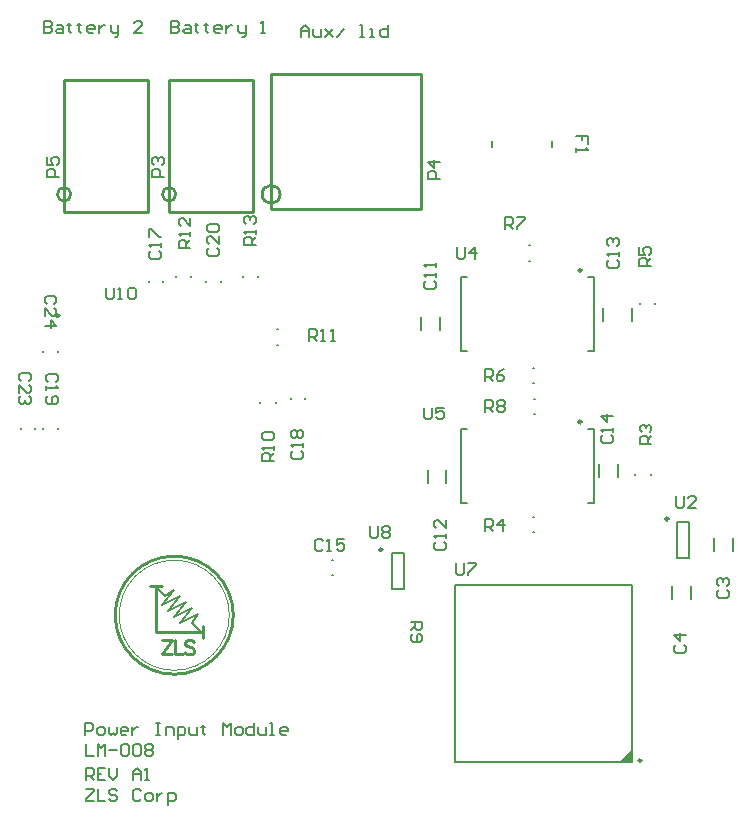
<source format=gbr>
%TF.GenerationSoftware,Altium Limited,Altium Designer,18.0.12 (696)*%
G04 Layer_Color=65535*
%FSLAX26Y26*%
%MOIN*%
%TF.FileFunction,Legend,Top*%
%TF.Part,Single*%
G01*
G75*
%TA.AperFunction,NonConductor*%
%ADD78C,0.009842*%
%ADD81C,0.007874*%
%ADD82C,0.010000*%
%ADD103C,0.003937*%
%ADD104C,0.005000*%
G36*
X2064905Y106724D02*
X2104276Y146095D01*
Y106724D01*
X2064905D01*
D02*
G37*
D78*
X2134787Y112630D02*
G03*
X2134787Y112630I-4921J0D01*
G01*
X2224527Y918055D02*
G03*
X2224527Y918055I-4921J0D01*
G01*
X1934921Y1746653D02*
G03*
X1934921Y1746653I-4921J0D01*
G01*
Y1241653D02*
G03*
X1934921Y1241653I-4921J0D01*
G01*
X1270850Y815850D02*
G03*
X1270850Y815850I-4921J0D01*
G01*
X194024Y1596000D02*
G03*
X194024Y1596000I-4921J0D01*
G01*
D81*
X965394Y1318031D02*
Y1321968D01*
X1014606Y1318031D02*
Y1321968D01*
X140394Y1473032D02*
Y1476969D01*
X189606Y1473032D02*
Y1476969D01*
X114606Y1218031D02*
Y1221968D01*
X65394Y1218031D02*
Y1221968D01*
X805409Y1724032D02*
Y1727968D01*
X856591Y1724032D02*
Y1727968D01*
X1513724Y697276D02*
X2104276D01*
X1513724Y106724D02*
X2104276D01*
X1513724D02*
Y697276D01*
X2104276Y106724D02*
Y697276D01*
X2064905Y106724D02*
X2104276Y146095D01*
X2104213Y1578346D02*
Y1621653D01*
X2005787Y1578346D02*
Y1621653D01*
X1461496Y1548346D02*
Y1591653D01*
X1398504Y1548346D02*
Y1591653D01*
X1635606Y2159157D02*
Y2178843D01*
X1836394Y2159157D02*
Y2178843D01*
X2293425Y786166D02*
Y908213D01*
X2254055Y786166D02*
Y908213D01*
Y786166D02*
X2293425D01*
X2254055Y908213D02*
X2293425D01*
X2237244Y650536D02*
Y693843D01*
X2300236Y650536D02*
Y693843D01*
X2377244Y809591D02*
Y852898D01*
X2440236Y809591D02*
Y852898D01*
X1758032Y1830591D02*
X1761968D01*
X1758032Y1779409D02*
X1761968D01*
X1976457Y1476968D02*
Y1723032D01*
X1533543Y1476968D02*
Y1723032D01*
X1957559Y1476968D02*
X1976457D01*
X1533543D02*
X1552441D01*
X1957559Y1723032D02*
X1976457D01*
X1533543D02*
X1552441D01*
X2129410Y1633032D02*
Y1636968D01*
X2180591Y1633032D02*
Y1636968D01*
X1976457Y971968D02*
Y1218032D01*
X1533543Y971968D02*
Y1218032D01*
X1957559Y971968D02*
X1976457D01*
X1533543D02*
X1552441D01*
X1957559Y1218032D02*
X1976457D01*
X1533543D02*
X1552441D01*
X1993504Y1058346D02*
Y1101653D01*
X2056496Y1058346D02*
Y1101653D01*
X1774032Y1422591D02*
X1777968D01*
X1774032Y1371409D02*
X1777968D01*
X1304315Y805024D02*
X1343685D01*
X1304315Y682976D02*
X1343685D01*
X1304315D02*
Y805024D01*
X1343685Y682976D02*
Y805024D01*
X1102032Y730394D02*
X1105969D01*
X1102032Y779606D02*
X1105969D01*
X1773032Y925591D02*
X1776968D01*
X1773032Y874409D02*
X1776968D01*
X2114410Y1063032D02*
Y1066968D01*
X2165591Y1063032D02*
Y1066968D01*
X1421504Y1037346D02*
Y1080653D01*
X1484496Y1037346D02*
Y1080653D01*
X1775032Y1317591D02*
X1778968D01*
X1775032Y1266409D02*
X1778968D01*
X864409Y1303032D02*
Y1306968D01*
X915591Y1303032D02*
Y1306968D01*
X140394Y1218031D02*
Y1221968D01*
X189606Y1218031D02*
Y1221968D01*
X491394Y1707031D02*
Y1710968D01*
X540606Y1707031D02*
Y1710968D01*
X582409Y1725032D02*
Y1728968D01*
X633591Y1725032D02*
Y1728968D01*
X684394Y1708031D02*
Y1711968D01*
X733606Y1708031D02*
Y1711968D01*
X918032Y1550591D02*
X921968D01*
X918032Y1499409D02*
X921968D01*
X280024Y198056D02*
Y237414D01*
X299702D01*
X306262Y230854D01*
Y217735D01*
X299702Y211176D01*
X280024D01*
X325941Y198056D02*
X339060D01*
X345619Y204616D01*
Y217735D01*
X339060Y224295D01*
X325941D01*
X319381Y217735D01*
Y204616D01*
X325941Y198056D01*
X358738Y224295D02*
Y204616D01*
X365298Y198056D01*
X371858Y204616D01*
X378417Y198056D01*
X384977Y204616D01*
Y224295D01*
X417774Y198056D02*
X404655D01*
X398096Y204616D01*
Y217735D01*
X404655Y224295D01*
X417774D01*
X424334Y217735D01*
Y211176D01*
X398096D01*
X437453Y224295D02*
Y198056D01*
Y211176D01*
X444013Y217735D01*
X450572Y224295D01*
X457132D01*
X516168Y237414D02*
X529287D01*
X522728D01*
Y198056D01*
X516168D01*
X529287D01*
X548966D02*
Y224295D01*
X568644D01*
X575204Y217735D01*
Y198056D01*
X588323Y184937D02*
Y224295D01*
X608002D01*
X614561Y217735D01*
Y204616D01*
X608002Y198056D01*
X588323D01*
X627681Y224295D02*
Y204616D01*
X634240Y198056D01*
X653919D01*
Y224295D01*
X673598Y230854D02*
Y224295D01*
X667038D01*
X680157D01*
X673598D01*
Y204616D01*
X680157Y198056D01*
X739193D02*
Y237414D01*
X752312Y224295D01*
X765431Y237414D01*
Y198056D01*
X785110D02*
X798229D01*
X804789Y204616D01*
Y217735D01*
X798229Y224295D01*
X785110D01*
X778551Y217735D01*
Y204616D01*
X785110Y198056D01*
X844146Y237414D02*
Y198056D01*
X824468D01*
X817908Y204616D01*
Y217735D01*
X824468Y224295D01*
X844146D01*
X857265D02*
Y204616D01*
X863825Y198056D01*
X883504D01*
Y224295D01*
X896623Y198056D02*
X909742D01*
X903182D01*
Y237414D01*
X896623D01*
X949099Y198056D02*
X935980D01*
X929421Y204616D01*
Y217735D01*
X935980Y224295D01*
X949099D01*
X955659Y217735D01*
Y211176D01*
X929421D01*
X1000000Y2525000D02*
Y2551238D01*
X1013119Y2564357D01*
X1026238Y2551238D01*
Y2525000D01*
Y2544679D01*
X1000000D01*
X1039357Y2551238D02*
Y2531560D01*
X1045917Y2525000D01*
X1065596D01*
Y2551238D01*
X1078715D02*
X1104953Y2525000D01*
X1091834Y2538119D01*
X1104953Y2551238D01*
X1078715Y2525000D01*
X1118072D02*
X1144310Y2551238D01*
X1196787Y2525000D02*
X1209906D01*
X1203347D01*
Y2564357D01*
X1196787D01*
X1229585Y2525000D02*
X1242704D01*
X1236144D01*
Y2551238D01*
X1229585D01*
X1288621Y2564357D02*
Y2525000D01*
X1268942D01*
X1262383Y2531560D01*
Y2544679D01*
X1268942Y2551238D01*
X1288621D01*
X566000Y2577357D02*
Y2538000D01*
X585679D01*
X592238Y2544560D01*
Y2551119D01*
X585679Y2557679D01*
X566000D01*
X585679D01*
X592238Y2564238D01*
Y2570798D01*
X585679Y2577357D01*
X566000D01*
X611917Y2564238D02*
X625036D01*
X631596Y2557679D01*
Y2538000D01*
X611917D01*
X605357Y2544560D01*
X611917Y2551119D01*
X631596D01*
X651274Y2570798D02*
Y2564238D01*
X644715D01*
X657834D01*
X651274D01*
Y2544560D01*
X657834Y2538000D01*
X684072Y2570798D02*
Y2564238D01*
X677513D01*
X690632D01*
X684072D01*
Y2544560D01*
X690632Y2538000D01*
X729989D02*
X716870D01*
X710310Y2544560D01*
Y2557679D01*
X716870Y2564238D01*
X729989D01*
X736549Y2557679D01*
Y2551119D01*
X710310D01*
X749668Y2564238D02*
Y2538000D01*
Y2551119D01*
X756227Y2557679D01*
X762787Y2564238D01*
X769346D01*
X789025D02*
Y2544560D01*
X795585Y2538000D01*
X815263D01*
Y2531440D01*
X808704Y2524881D01*
X802144D01*
X815263Y2538000D02*
Y2564238D01*
X867740Y2538000D02*
X880859D01*
X874300D01*
Y2577357D01*
X867740Y2570798D01*
X282150Y16421D02*
X308388D01*
Y9861D01*
X282150Y-16377D01*
Y-22937D01*
X308388D01*
X321507Y16421D02*
Y-22937D01*
X347745D01*
X387103Y9861D02*
X380543Y16421D01*
X367424D01*
X360864Y9861D01*
Y3302D01*
X367424Y-3258D01*
X380543D01*
X387103Y-9818D01*
Y-16377D01*
X380543Y-22937D01*
X367424D01*
X360864Y-16377D01*
X465817Y9861D02*
X459258Y16421D01*
X446139D01*
X439579Y9861D01*
Y-16377D01*
X446139Y-22937D01*
X459258D01*
X465817Y-16377D01*
X485496Y-22937D02*
X498615D01*
X505175Y-16377D01*
Y-3258D01*
X498615Y3302D01*
X485496D01*
X478937Y-3258D01*
Y-16377D01*
X485496Y-22937D01*
X518294Y3302D02*
Y-22937D01*
Y-9818D01*
X524854Y-3258D01*
X531413Y3302D01*
X537973D01*
X557651Y-36056D02*
Y3302D01*
X577330D01*
X583890Y-3258D01*
Y-16377D01*
X577330Y-22937D01*
X557651D01*
X282150Y47063D02*
Y86421D01*
X301828D01*
X308388Y79861D01*
Y66742D01*
X301828Y60182D01*
X282150D01*
X295269D02*
X308388Y47063D01*
X347745Y86421D02*
X321507D01*
Y47063D01*
X347745D01*
X321507Y66742D02*
X334626D01*
X360864Y86421D02*
Y60182D01*
X373983Y47063D01*
X387103Y60182D01*
Y86421D01*
X439579Y47063D02*
Y73302D01*
X452698Y86421D01*
X465817Y73302D01*
Y47063D01*
Y66742D01*
X439579D01*
X478937Y47063D02*
X492056D01*
X485496D01*
Y86421D01*
X478937Y79861D01*
X282150Y166421D02*
Y127063D01*
X308388D01*
X321507D02*
Y166421D01*
X334626Y153302D01*
X347745Y166421D01*
Y127063D01*
X360864Y146742D02*
X387103D01*
X400222Y159861D02*
X406781Y166421D01*
X419901D01*
X426460Y159861D01*
Y133623D01*
X419901Y127063D01*
X406781D01*
X400222Y133623D01*
Y159861D01*
X439579D02*
X446139Y166421D01*
X459258D01*
X465817Y159861D01*
Y133623D01*
X459258Y127063D01*
X446139D01*
X439579Y133623D01*
Y159861D01*
X478937D02*
X485496Y166421D01*
X498615D01*
X505175Y159861D01*
Y153302D01*
X498615Y146742D01*
X505175Y140183D01*
Y133623D01*
X498615Y127063D01*
X485496D01*
X478937Y133623D01*
Y140183D01*
X485496Y146742D01*
X478937Y153302D01*
Y159861D01*
X485496Y146742D02*
X498615D01*
X142000Y2577357D02*
Y2538000D01*
X161679D01*
X168238Y2544560D01*
Y2551119D01*
X161679Y2557679D01*
X142000D01*
X161679D01*
X168238Y2564238D01*
Y2570798D01*
X161679Y2577357D01*
X142000D01*
X187917Y2564238D02*
X201036D01*
X207596Y2557679D01*
Y2538000D01*
X187917D01*
X181357Y2544560D01*
X187917Y2551119D01*
X207596D01*
X227274Y2570798D02*
Y2564238D01*
X220715D01*
X233834D01*
X227274D01*
Y2544560D01*
X233834Y2538000D01*
X260072Y2570798D02*
Y2564238D01*
X253513D01*
X266632D01*
X260072D01*
Y2544560D01*
X266632Y2538000D01*
X305989D02*
X292870D01*
X286310Y2544560D01*
Y2557679D01*
X292870Y2564238D01*
X305989D01*
X312549Y2557679D01*
Y2551119D01*
X286310D01*
X325668Y2564238D02*
Y2538000D01*
Y2551119D01*
X332227Y2557679D01*
X338787Y2564238D01*
X345346D01*
X365025D02*
Y2544560D01*
X371585Y2538000D01*
X391263D01*
Y2531440D01*
X384704Y2524881D01*
X378144D01*
X391263Y2538000D02*
Y2564238D01*
X469978Y2538000D02*
X443740D01*
X469978Y2564238D01*
Y2570798D01*
X463419Y2577357D01*
X450300D01*
X443740Y2570798D01*
X177798Y1633762D02*
X184357Y1640321D01*
Y1653440D01*
X177798Y1660000D01*
X151560D01*
X145000Y1653440D01*
Y1640321D01*
X151560Y1633762D01*
X145000Y1594404D02*
Y1620643D01*
X171238Y1594404D01*
X177798D01*
X184357Y1600964D01*
Y1614083D01*
X177798Y1620643D01*
X145000Y1561607D02*
X184357D01*
X164679Y1581285D01*
Y1555047D01*
X92798Y1378762D02*
X99357Y1385321D01*
Y1398440D01*
X92798Y1405000D01*
X66560D01*
X60000Y1398440D01*
Y1385321D01*
X66560Y1378762D01*
X60000Y1339404D02*
Y1365643D01*
X86238Y1339404D01*
X92798D01*
X99357Y1345964D01*
Y1359083D01*
X92798Y1365643D01*
Y1326285D02*
X99357Y1319726D01*
Y1306607D01*
X92798Y1300047D01*
X86238D01*
X79679Y1306607D01*
Y1313166D01*
Y1306607D01*
X73119Y1300047D01*
X66560D01*
X60000Y1306607D01*
Y1319726D01*
X66560Y1326285D01*
X2250000Y994357D02*
Y961560D01*
X2256560Y955000D01*
X2269679D01*
X2276238Y961560D01*
Y994357D01*
X2315596Y955000D02*
X2289357D01*
X2315596Y981238D01*
Y987798D01*
X2309036Y994357D01*
X2295917D01*
X2289357Y987798D01*
X2250942Y498427D02*
X2244383Y491868D01*
Y478749D01*
X2250942Y472189D01*
X2277180D01*
X2283740Y478749D01*
Y491868D01*
X2277180Y498427D01*
X2283740Y531225D02*
X2244383D01*
X2264061Y511547D01*
Y537785D01*
X2392202Y681238D02*
X2385643Y674679D01*
Y661560D01*
X2392202Y655000D01*
X2418440D01*
X2425000Y661560D01*
Y674679D01*
X2418440Y681238D01*
X2392202Y694357D02*
X2385643Y700917D01*
Y714036D01*
X2392202Y720596D01*
X2398762D01*
X2405321Y714036D01*
Y707476D01*
Y714036D01*
X2411881Y720596D01*
X2418440D01*
X2425000Y714036D01*
Y700917D01*
X2418440Y694357D01*
X1955357Y2167762D02*
Y2194000D01*
X1935679D01*
Y2180881D01*
Y2194000D01*
X1916000D01*
Y2154643D02*
Y2141523D01*
Y2148083D01*
X1955357D01*
X1948798Y2154643D01*
X1462000Y2050000D02*
X1422643D01*
Y2069679D01*
X1429202Y2076238D01*
X1442321D01*
X1448881Y2069679D01*
Y2050000D01*
X1462000Y2109036D02*
X1422643D01*
X1442321Y2089357D01*
Y2115596D01*
X544000Y2059000D02*
X504643D01*
Y2078679D01*
X511202Y2085238D01*
X524321D01*
X530881Y2078679D01*
Y2059000D01*
X511202Y2098357D02*
X504643Y2104917D01*
Y2118036D01*
X511202Y2124596D01*
X517762D01*
X524321Y2118036D01*
Y2111477D01*
Y2118036D01*
X530881Y2124596D01*
X537440D01*
X544000Y2118036D01*
Y2104917D01*
X537440Y2098357D01*
X1417202Y1711238D02*
X1410643Y1704679D01*
Y1691560D01*
X1417202Y1685000D01*
X1443440D01*
X1450000Y1691560D01*
Y1704679D01*
X1443440Y1711238D01*
X1450000Y1724357D02*
Y1737476D01*
Y1730917D01*
X1410643D01*
X1417202Y1724357D01*
X1450000Y1757155D02*
Y1770274D01*
Y1763715D01*
X1410643D01*
X1417202Y1757155D01*
X1449202Y842238D02*
X1442643Y835679D01*
Y822560D01*
X1449202Y816000D01*
X1475440D01*
X1482000Y822560D01*
Y835679D01*
X1475440Y842238D01*
X1482000Y855357D02*
Y868476D01*
Y861917D01*
X1442643D01*
X1449202Y855357D01*
X1482000Y914393D02*
Y888155D01*
X1455762Y914393D01*
X1449202D01*
X1442643Y907834D01*
Y894715D01*
X1449202Y888155D01*
X2027202Y1781238D02*
X2020643Y1774679D01*
Y1761560D01*
X2027202Y1755000D01*
X2053440D01*
X2060000Y1761560D01*
Y1774679D01*
X2053440Y1781238D01*
X2060000Y1794357D02*
Y1807476D01*
Y1800917D01*
X2020643D01*
X2027202Y1794357D01*
Y1827155D02*
X2020643Y1833715D01*
Y1846834D01*
X2027202Y1853393D01*
X2033762D01*
X2040321Y1846834D01*
Y1840274D01*
Y1846834D01*
X2046881Y1853393D01*
X2053440D01*
X2060000Y1846834D01*
Y1833715D01*
X2053440Y1827155D01*
X2007202Y1196238D02*
X2000643Y1189679D01*
Y1176560D01*
X2007202Y1170000D01*
X2033440D01*
X2040000Y1176560D01*
Y1189679D01*
X2033440Y1196238D01*
X2040000Y1209357D02*
Y1222476D01*
Y1215917D01*
X2000643D01*
X2007202Y1209357D01*
X2040000Y1261834D02*
X2000643D01*
X2020321Y1242155D01*
Y1268393D01*
X2168000Y1167000D02*
X2128643D01*
Y1186679D01*
X2135202Y1193238D01*
X2148321D01*
X2154881Y1186679D01*
Y1167000D01*
Y1180119D02*
X2168000Y1193238D01*
X2135202Y1206357D02*
X2128643Y1212917D01*
Y1226036D01*
X2135202Y1232596D01*
X2141762D01*
X2148321Y1226036D01*
Y1219476D01*
Y1226036D01*
X2154881Y1232596D01*
X2161440D01*
X2168000Y1226036D01*
Y1212917D01*
X2161440Y1206357D01*
X2165000Y1760000D02*
X2125643D01*
Y1779679D01*
X2132202Y1786238D01*
X2145321D01*
X2151881Y1779679D01*
Y1760000D01*
Y1773119D02*
X2165000Y1786238D01*
X2125643Y1825596D02*
Y1799357D01*
X2145321D01*
X2138762Y1812476D01*
Y1819036D01*
X2145321Y1825596D01*
X2158440D01*
X2165000Y1819036D01*
Y1805917D01*
X2158440Y1799357D01*
X1614000Y877000D02*
Y916357D01*
X1633679D01*
X1640238Y909798D01*
Y896679D01*
X1633679Y890119D01*
X1614000D01*
X1627119D02*
X1640238Y877000D01*
X1673036D02*
Y916357D01*
X1653357Y896679D01*
X1679596D01*
X1680260Y1883528D02*
Y1922885D01*
X1699939D01*
X1706498Y1916326D01*
Y1903207D01*
X1699939Y1896647D01*
X1680260D01*
X1693379D02*
X1706498Y1883528D01*
X1719617Y1922885D02*
X1745856D01*
Y1916326D01*
X1719617Y1890088D01*
Y1883528D01*
X1614000Y1275000D02*
Y1314357D01*
X1633679D01*
X1640238Y1307798D01*
Y1294679D01*
X1633679Y1288119D01*
X1614000D01*
X1627119D02*
X1640238Y1275000D01*
X1653357Y1307798D02*
X1659917Y1314357D01*
X1673036D01*
X1679596Y1307798D01*
Y1301238D01*
X1673036Y1294679D01*
X1679596Y1288119D01*
Y1281560D01*
X1673036Y1275000D01*
X1659917D01*
X1653357Y1281560D01*
Y1288119D01*
X1659917Y1294679D01*
X1653357Y1301238D01*
Y1307798D01*
X1659917Y1294679D02*
X1673036D01*
X1612000Y1377000D02*
Y1416357D01*
X1631679D01*
X1638238Y1409798D01*
Y1396679D01*
X1631679Y1390119D01*
X1612000D01*
X1625119D02*
X1638238Y1377000D01*
X1677596Y1416357D02*
X1664476Y1409798D01*
X1651357Y1396679D01*
Y1383560D01*
X1657917Y1377000D01*
X1671036D01*
X1677596Y1383560D01*
Y1390119D01*
X1671036Y1396679D01*
X1651357D01*
X1520260Y1823885D02*
Y1791088D01*
X1526820Y1784528D01*
X1539939D01*
X1546498Y1791088D01*
Y1823885D01*
X1579296Y1784528D02*
Y1823885D01*
X1559617Y1804207D01*
X1585856D01*
X1410000Y1289357D02*
Y1256560D01*
X1416560Y1250000D01*
X1429679D01*
X1436238Y1256560D01*
Y1289357D01*
X1475596D02*
X1449357D01*
Y1269679D01*
X1462476Y1276238D01*
X1469036D01*
X1475596Y1269679D01*
Y1256560D01*
X1469036Y1250000D01*
X1455917D01*
X1449357Y1256560D01*
X1516260Y769885D02*
Y737088D01*
X1522820Y730528D01*
X1535939D01*
X1542498Y737088D01*
Y769885D01*
X1555617D02*
X1581856D01*
Y763326D01*
X1555617Y737088D01*
Y730528D01*
X1072238Y843798D02*
X1065679Y850357D01*
X1052560D01*
X1046000Y843798D01*
Y817560D01*
X1052560Y811000D01*
X1065679D01*
X1072238Y817560D01*
X1085357Y811000D02*
X1098476D01*
X1091917D01*
Y850357D01*
X1085357Y843798D01*
X1144393Y850357D02*
X1118155D01*
Y830679D01*
X1131274Y837238D01*
X1137834D01*
X1144393Y830679D01*
Y817560D01*
X1137834Y811000D01*
X1124715D01*
X1118155Y817560D01*
X1365000Y573000D02*
X1404357D01*
Y553321D01*
X1397798Y546762D01*
X1384679D01*
X1378119Y553321D01*
Y573000D01*
Y559881D02*
X1365000Y546762D01*
X1371560Y533643D02*
X1365000Y527083D01*
Y513964D01*
X1371560Y507404D01*
X1397798D01*
X1404357Y513964D01*
Y527083D01*
X1397798Y533643D01*
X1391238D01*
X1384679Y527083D01*
Y507404D01*
X1230260Y892885D02*
Y860088D01*
X1236820Y853528D01*
X1249939D01*
X1256498Y860088D01*
Y892885D01*
X1269617Y886326D02*
X1276177Y892885D01*
X1289296D01*
X1295856Y886326D01*
Y879766D01*
X1289296Y873207D01*
X1295856Y866647D01*
Y860088D01*
X1289296Y853528D01*
X1276177D01*
X1269617Y860088D01*
Y866647D01*
X1276177Y873207D01*
X1269617Y879766D01*
Y886326D01*
X1276177Y873207D02*
X1289296D01*
X350000Y1689357D02*
Y1656560D01*
X356560Y1650000D01*
X369679D01*
X376238Y1656560D01*
Y1689357D01*
X389357Y1650000D02*
X402476D01*
X395917D01*
Y1689357D01*
X389357Y1682798D01*
X422155D02*
X428715Y1689357D01*
X441834D01*
X448393Y1682798D01*
Y1656560D01*
X441834Y1650000D01*
X428715D01*
X422155Y1656560D01*
Y1682798D01*
X500202Y1811238D02*
X493643Y1804679D01*
Y1791560D01*
X500202Y1785000D01*
X526440D01*
X533000Y1791560D01*
Y1804679D01*
X526440Y1811238D01*
X533000Y1824357D02*
Y1837476D01*
Y1830917D01*
X493643D01*
X500202Y1824357D01*
X493643Y1857155D02*
Y1883393D01*
X500202D01*
X526440Y1857155D01*
X533000D01*
X974202Y1143238D02*
X967643Y1136679D01*
Y1123560D01*
X974202Y1117000D01*
X1000440D01*
X1007000Y1123560D01*
Y1136679D01*
X1000440Y1143238D01*
X1007000Y1156357D02*
Y1169476D01*
Y1162917D01*
X967643D01*
X974202Y1156357D01*
Y1189155D02*
X967643Y1195715D01*
Y1208834D01*
X974202Y1215393D01*
X980762D01*
X987321Y1208834D01*
X993881Y1215393D01*
X1000440D01*
X1007000Y1208834D01*
Y1195715D01*
X1000440Y1189155D01*
X993881D01*
X987321Y1195715D01*
X980762Y1189155D01*
X974202D01*
X987321Y1195715D02*
Y1208834D01*
X182798Y1373762D02*
X189357Y1380321D01*
Y1393440D01*
X182798Y1400000D01*
X156560D01*
X150000Y1393440D01*
Y1380321D01*
X156560Y1373762D01*
X150000Y1360643D02*
Y1347524D01*
Y1354083D01*
X189357D01*
X182798Y1360643D01*
X156560Y1327845D02*
X150000Y1321285D01*
Y1308166D01*
X156560Y1301607D01*
X182798D01*
X189357Y1308166D01*
Y1321285D01*
X182798Y1327845D01*
X176238D01*
X169679Y1321285D01*
Y1301607D01*
X692202Y1821238D02*
X685643Y1814679D01*
Y1801560D01*
X692202Y1795000D01*
X718440D01*
X725000Y1801560D01*
Y1814679D01*
X718440Y1821238D01*
X725000Y1860596D02*
Y1834357D01*
X698762Y1860596D01*
X692202D01*
X685643Y1854036D01*
Y1840917D01*
X692202Y1834357D01*
Y1873715D02*
X685643Y1880274D01*
Y1893393D01*
X692202Y1899953D01*
X718440D01*
X725000Y1893393D01*
Y1880274D01*
X718440Y1873715D01*
X692202D01*
X910000Y1110000D02*
X870643D01*
Y1129679D01*
X877202Y1136238D01*
X890321D01*
X896881Y1129679D01*
Y1110000D01*
Y1123119D02*
X910000Y1136238D01*
Y1149357D02*
Y1162476D01*
Y1155917D01*
X870643D01*
X877202Y1149357D01*
Y1182155D02*
X870643Y1188715D01*
Y1201834D01*
X877202Y1208393D01*
X903440D01*
X910000Y1201834D01*
Y1188715D01*
X903440Y1182155D01*
X877202D01*
X1027000Y1511000D02*
Y1550357D01*
X1046679D01*
X1053238Y1543798D01*
Y1530679D01*
X1046679Y1524119D01*
X1027000D01*
X1040119D02*
X1053238Y1511000D01*
X1066357D02*
X1079476D01*
X1072917D01*
Y1550357D01*
X1066357Y1543798D01*
X1099155Y1511000D02*
X1112274D01*
X1105715D01*
Y1550357D01*
X1099155Y1543798D01*
X631000Y1822000D02*
X591643D01*
Y1841679D01*
X598202Y1848238D01*
X611321D01*
X617881Y1841679D01*
Y1822000D01*
Y1835119D02*
X631000Y1848238D01*
Y1861357D02*
Y1874476D01*
Y1867917D01*
X591643D01*
X598202Y1861357D01*
X631000Y1920393D02*
Y1894155D01*
X604762Y1920393D01*
X598202D01*
X591643Y1913834D01*
Y1900715D01*
X598202Y1894155D01*
X850000Y1830000D02*
X810643D01*
Y1849679D01*
X817202Y1856238D01*
X830321D01*
X836881Y1849679D01*
Y1830000D01*
Y1843119D02*
X850000Y1856238D01*
Y1869357D02*
Y1882476D01*
Y1875917D01*
X810643D01*
X817202Y1869357D01*
Y1902155D02*
X810643Y1908715D01*
Y1921834D01*
X817202Y1928393D01*
X823762D01*
X830321Y1921834D01*
Y1915274D01*
Y1921834D01*
X836881Y1928393D01*
X843440D01*
X850000Y1921834D01*
Y1908715D01*
X843440Y1902155D01*
X192000Y2059000D02*
X152643D01*
Y2078679D01*
X159202Y2085238D01*
X172321D01*
X178881Y2078679D01*
Y2059000D01*
X152643Y2124596D02*
Y2098357D01*
X172321D01*
X165762Y2111477D01*
Y2118036D01*
X172321Y2124596D01*
X185440D01*
X192000Y2118036D01*
Y2104917D01*
X185440Y2098357D01*
D82*
X232361Y2000000D02*
G03*
X232361Y2000000I-22361J0D01*
G01*
X582361D02*
G03*
X582361Y2000000I-22361J0D01*
G01*
X930000D02*
G03*
X930000Y2000000I-30000J0D01*
G01*
X774000Y597063D02*
G03*
X774000Y597063I-196850J0D01*
G01*
X210000Y1940000D02*
X490000D01*
X210000Y2380000D02*
X490000D01*
Y1940000D02*
Y2380000D01*
X210000Y1940000D02*
Y2380000D01*
X560000Y1940000D02*
Y2380000D01*
X840000Y1940000D02*
Y2380000D01*
X560000D02*
X840000D01*
X560000Y1940000D02*
X840000D01*
X900000Y1950000D02*
Y2400000D01*
X1400000D01*
Y1950000D02*
Y2400000D01*
X900000Y1950000D02*
X1400000D01*
X497150Y695064D02*
X537150D01*
X672150Y520064D02*
Y560064D01*
X517150Y540064D02*
Y690064D01*
Y540064D02*
X667150D01*
X568639Y514297D02*
X537150Y467063D01*
Y514297D02*
X568639D01*
X537150Y467063D02*
X568639D01*
X579210Y514297D02*
Y467063D01*
X606201D01*
X642864Y507550D02*
X638365Y512048D01*
X631617Y514297D01*
X622621D01*
X615873Y512048D01*
X611374Y507550D01*
Y503051D01*
X613624Y498553D01*
X615873Y496303D01*
X620371Y494054D01*
X633867Y489556D01*
X638365Y487307D01*
X640615Y485057D01*
X642864Y480559D01*
Y473811D01*
X638365Y469313D01*
X631617Y467063D01*
X622621D01*
X615873Y469313D01*
X611374Y473811D01*
D103*
X760725Y597063D02*
G03*
X760725Y597063I-183576J0D01*
G01*
D104*
X597150Y570064D02*
X637150Y620064D01*
X577150Y590064D02*
X637150Y620064D01*
X577150Y590064D02*
X617150Y640064D01*
X517150Y690064D02*
X547150Y660064D01*
X637150Y570064D02*
X657150Y600064D01*
X597150Y570064D02*
X657150Y600064D01*
X637150Y570064D02*
X667150Y540064D01*
X547150Y660064D02*
X577150Y680064D01*
X537150Y630064D02*
X577150Y680064D01*
X557150Y610064D02*
X597150Y660064D01*
X557150Y610064D02*
X617150Y640064D01*
X537150Y630064D02*
X597150Y660064D01*
%TF.MD5,73ad7cc319fbe23fba0102759a8bde18*%
M02*

</source>
